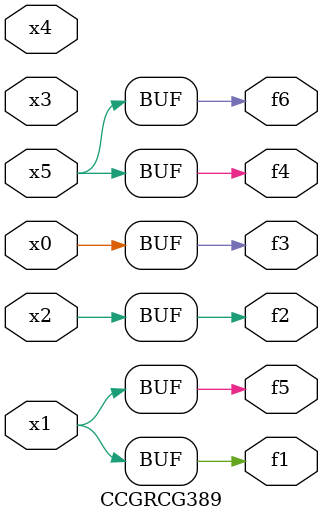
<source format=v>
module CCGRCG389(
	input x0, x1, x2, x3, x4, x5,
	output f1, f2, f3, f4, f5, f6
);
	assign f1 = x1;
	assign f2 = x2;
	assign f3 = x0;
	assign f4 = x5;
	assign f5 = x1;
	assign f6 = x5;
endmodule

</source>
